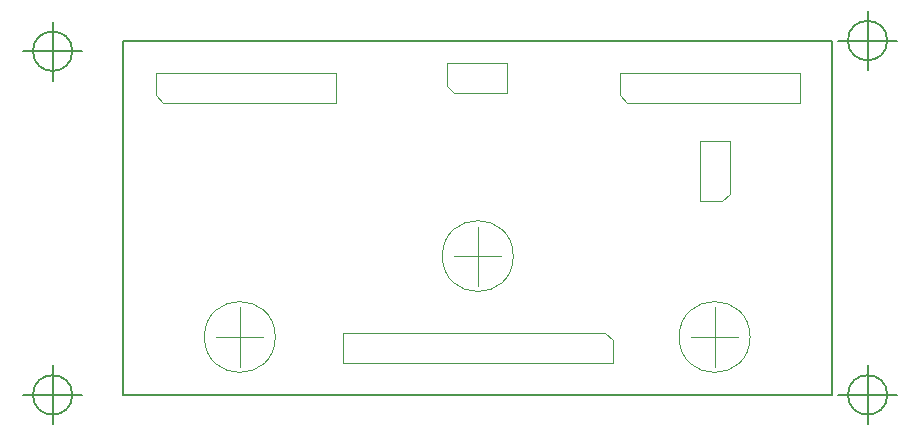
<source format=gbr>
G04 #@! TF.GenerationSoftware,KiCad,Pcbnew,(5.1.4)-1*
G04 #@! TF.CreationDate,2019-12-04T23:16:08+01:00*
G04 #@! TF.ProjectId,instru_bab_v2,696e7374-7275-45f6-9261-625f76322e6b,rev?*
G04 #@! TF.SameCoordinates,Original*
G04 #@! TF.FileFunction,Other,Fab,Top*
%FSLAX46Y46*%
G04 Gerber Fmt 4.6, Leading zero omitted, Abs format (unit mm)*
G04 Created by KiCad (PCBNEW (5.1.4)-1) date 2019-12-04 23:16:08*
%MOMM*%
%LPD*%
G04 APERTURE LIST*
%ADD10C,0.200000*%
%ADD11C,0.100000*%
G04 APERTURE END LIST*
D10*
X239666666Y-50000000D02*
G75*
G03X239666666Y-50000000I-1666666J0D01*
G01*
X235500000Y-50000000D02*
X240500000Y-50000000D01*
X238000000Y-47500000D02*
X238000000Y-52500000D01*
X170666666Y-50900000D02*
G75*
G03X170666666Y-50900000I-1666666J0D01*
G01*
X166500000Y-50900000D02*
X171500000Y-50900000D01*
X169000000Y-48400000D02*
X169000000Y-53400000D01*
X170666666Y-80000000D02*
G75*
G03X170666666Y-80000000I-1666666J0D01*
G01*
X166500000Y-80000000D02*
X171500000Y-80000000D01*
X169000000Y-77500000D02*
X169000000Y-82500000D01*
X239666666Y-80000000D02*
G75*
G03X239666666Y-80000000I-1666666J0D01*
G01*
X235500000Y-80000000D02*
X240500000Y-80000000D01*
X238000000Y-77500000D02*
X238000000Y-82500000D01*
X235000000Y-50000000D02*
X175000000Y-50000000D01*
X235000000Y-80000000D02*
X235000000Y-50000000D01*
X175000000Y-80000000D02*
X235000000Y-80000000D01*
X175000000Y-50000000D02*
X175000000Y-80000000D01*
D11*
X216430000Y-75365000D02*
X216430000Y-77270000D01*
X216430000Y-77270000D02*
X193570000Y-77270000D01*
X193570000Y-77270000D02*
X193570000Y-74730000D01*
X193570000Y-74730000D02*
X215795000Y-74730000D01*
X215795000Y-74730000D02*
X216430000Y-75365000D01*
X187850000Y-75100000D02*
G75*
G03X187850000Y-75100000I-3000000J0D01*
G01*
X186850000Y-75100000D02*
X182850000Y-75100000D01*
X184850000Y-77600000D02*
X184850000Y-72600000D01*
X228050000Y-75100000D02*
G75*
G03X228050000Y-75100000I-3000000J0D01*
G01*
X227050000Y-75100000D02*
X223050000Y-75100000D01*
X225050000Y-77600000D02*
X225050000Y-72600000D01*
X208000000Y-68250000D02*
G75*
G03X208000000Y-68250000I-3000000J0D01*
G01*
X207000000Y-68250000D02*
X203000000Y-68250000D01*
X205000000Y-70750000D02*
X205000000Y-65750000D01*
X177730000Y-54635000D02*
X177730000Y-52730000D01*
X177730000Y-52730000D02*
X192970000Y-52730000D01*
X192970000Y-52730000D02*
X192970000Y-55270000D01*
X192970000Y-55270000D02*
X178365000Y-55270000D01*
X178365000Y-55270000D02*
X177730000Y-54635000D01*
X217030000Y-54635000D02*
X217030000Y-52730000D01*
X217030000Y-52730000D02*
X232270000Y-52730000D01*
X232270000Y-52730000D02*
X232270000Y-55270000D01*
X232270000Y-55270000D02*
X217665000Y-55270000D01*
X217665000Y-55270000D02*
X217030000Y-54635000D01*
X225685000Y-63610000D02*
X223780000Y-63610000D01*
X223780000Y-63610000D02*
X223780000Y-58530000D01*
X223780000Y-58530000D02*
X226320000Y-58530000D01*
X226320000Y-58530000D02*
X226320000Y-62975000D01*
X226320000Y-62975000D02*
X225685000Y-63610000D01*
X202390000Y-53835000D02*
X202390000Y-51930000D01*
X202390000Y-51930000D02*
X207470000Y-51930000D01*
X207470000Y-51930000D02*
X207470000Y-54470000D01*
X207470000Y-54470000D02*
X203025000Y-54470000D01*
X203025000Y-54470000D02*
X202390000Y-53835000D01*
M02*

</source>
